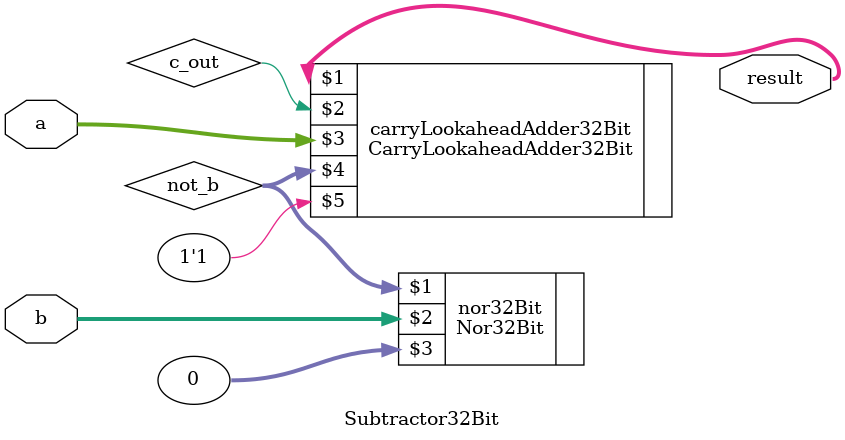
<source format=v>
module Subtractor32Bit(output [31:0] result, input [31:0] a, b);
    
    // In this module, I used the 32-bit adder module to subtract two 32-bit numbers.

    wire [31:0] not_b;
    wire c_out; // to ignore the carry out of the adder

    // By 32-bit NOR I've created earlier, I used it to invert the bits of b by NORing it with 32-Bit 0.
    Nor32Bit nor32Bit(not_b, b, 32'b0);

    // By 32-bit adder I've created earlier, get subtration result of a and not_b by giving 1 to carry in.
    CarryLookaheadAdder32Bit carryLookaheadAdder32Bit(result, c_out, a, not_b, 1'b1);

endmodule

</source>
